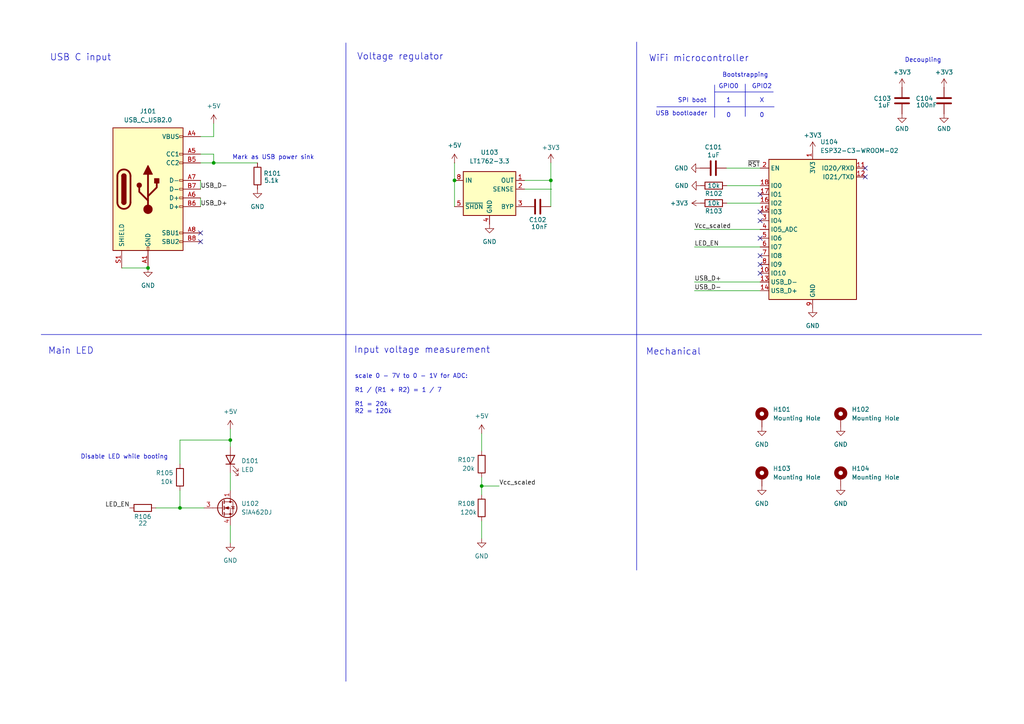
<source format=kicad_sch>
(kicad_sch (version 20231120) (generator "eeschema") (generator_version "8.0")
  (paper "A4")
  (title_block (title "LampMate") (company "Propeller Aero"))
  (lib_symbols
    (symbol "Connector:USB_C_Receptacle_USB2.0" (pin_names (offset 1.016))
      (property "Reference" "J" (at -10.16 19.05 0))
      (property "Value" "USB_C_Receptacle_USB2.0" (at 19.05 19.05 0))
      (symbol "USB_C_Receptacle_USB2.0_0_0"
        (rectangle (start -0.254 -17.78) (end 0.254 -16.764))
        (rectangle (start 10.16 -14.986) (end 9.144 -15.494))
        (rectangle (start 10.16 -12.446) (end 9.144 -12.954))
        (rectangle (start 10.16 -4.826) (end 9.144 -5.334))
        (rectangle (start 10.16 -2.286) (end 9.144 -2.794))
        (rectangle (start 10.16 0.254) (end 9.144 -0.254))
        (rectangle (start 10.16 2.794) (end 9.144 2.286))
        (rectangle (start 10.16 7.874) (end 9.144 7.366))
        (rectangle (start 10.16 10.414) (end 9.144 9.906))
        (rectangle (start 10.16 15.494) (end 9.144 14.986))
      )
      (symbol "USB_C_Receptacle_USB2.0_0_1"
        (rectangle (start -10.16 17.78) (end 10.16 -17.78) (stroke (width 0.254)) (fill (type background)))
        (arc (start -8.89 -3.81) (mid -6.985 -5.7067) (end -5.08 -3.81) (stroke (width 0.508)))
        (arc (start -7.62 -3.81) (mid -6.985 -4.4423) (end -6.35 -3.81) (stroke (width 0.254)))
        (arc (start -7.62 -3.81) (mid -6.985 -4.4423) (end -6.35 -3.81) (stroke (width 0.254)) (fill (type outline)))
        (rectangle (start -7.62 -3.81) (end -6.35 3.81) (stroke (width 0.254)) (fill (type outline)))
        (arc (start -6.35 3.81) (mid -6.985 4.4423) (end -7.62 3.81) (stroke (width 0.254)))
        (arc (start -6.35 3.81) (mid -6.985 4.4423) (end -7.62 3.81) (stroke (width 0.254)) (fill (type outline)))
        (arc (start -5.08 3.81) (mid -6.985 5.7067) (end -8.89 3.81) (stroke (width 0.508)))
        (circle (center -2.54 1.143) (radius 0.635) (stroke (width 0.254)) (fill (type outline)))
        (circle (center 0 -5.842) (radius 1.27) (fill (type outline)))
        (polyline (pts (xy -8.89 -3.81) (xy -8.89 3.81)) (stroke (width 0.508)))
        (polyline (pts (xy -5.08 3.81) (xy -5.08 -3.81)) (stroke (width 0.508)))
        (polyline (pts (xy 0 -5.842) (xy 0 4.318)) (stroke (width 0.508)))
        (polyline (pts (xy 0 -3.302) (xy -2.54 -0.762) (xy -2.54 0.508)) (stroke (width 0.508)))
        (polyline (pts (xy 0 -2.032) (xy 2.54 0.508) (xy 2.54 1.778)) (stroke (width 0.508)))
        (polyline (pts (xy -1.27 4.318) (xy 0 6.858) (xy 1.27 4.318) (xy -1.27 4.318)) (stroke (width 0.254)) (fill (type outline)))
        (rectangle (start 1.905 1.778) (end 3.175 3.048) (stroke (width 0.254)) (fill (type outline)))
      )
      (symbol "USB_C_Receptacle_USB2.0_1_1"
        (pin passive line (at 0 -22.86 90) (length 5.08) (name "GND") (number "A1"))
        (pin passive line (at 0 -22.86 90) (length 5.08) hide (name "GND") (number "A12"))
        (pin passive line (at 15.24 15.24 180) (length 5.08) (name "VBUS") (number "A4"))
        (pin bidirectional line (at 15.24 10.16 180) (length 5.08) (name "CC1") (number "A5"))
        (pin bidirectional line (at 15.24 -2.54 180) (length 5.08) (name "D+") (number "A6"))
        (pin bidirectional line (at 15.24 2.54 180) (length 5.08) (name "D-") (number "A7"))
        (pin bidirectional line (at 15.24 -12.7 180) (length 5.08) (name "SBU1") (number "A8"))
        (pin passive line (at 15.24 15.24 180) (length 5.08) hide (name "VBUS") (number "A9"))
        (pin passive line (at 0 -22.86 90) (length 5.08) hide (name "GND") (number "B1"))
        (pin passive line (at 0 -22.86 90) (length 5.08) hide (name "GND") (number "B12"))
        (pin passive line (at 15.24 15.24 180) (length 5.08) hide (name "VBUS") (number "B4"))
        (pin bidirectional line (at 15.24 7.62 180) (length 5.08) (name "CC2") (number "B5"))
        (pin bidirectional line (at 15.24 -5.08 180) (length 5.08) (name "D+") (number "B6"))
        (pin bidirectional line (at 15.24 0 180) (length 5.08) (name "D-") (number "B7"))
        (pin bidirectional line (at 15.24 -15.24 180) (length 5.08) (name "SBU2") (number "B8"))
        (pin passive line (at 15.24 15.24 180) (length 5.08) hide (name "VBUS") (number "B9"))
        (pin passive line (at -7.62 -22.86 90) (length 5.08) (name "SHIELD") (number "S1"))
      )
    )
    (symbol "Device:C" (pin_numbers hide) (pin_names (offset 0.254))
      (property "Reference" "C" (at 0.635 2.54 0))
      (property "Value" "C" (at 0.635 -2.54 0))
      (symbol "C_0_1"
        (polyline (pts (xy -2.032 -0.762) (xy 2.032 -0.762)) (stroke (width 0.508)))
        (polyline (pts (xy -2.032 0.762) (xy 2.032 0.762)) (stroke (width 0.508)))
      )
      (symbol "C_1_1"
        (pin passive line (at 0 3.81 270) (length 2.794) (name "~") (number "1"))
        (pin passive line (at 0 -3.81 90) (length 2.794) (name "~") (number "2"))
      )
    )
    (symbol "Device:LED" (pin_numbers hide) (pin_names (offset 1.016) hide)
      (property "Reference" "D" (at 0 2.54 0))
      (property "Value" "LED" (at 0 -2.54 0))
      (symbol "LED_0_1"
        (polyline (pts (xy -1.27 -1.27) (xy -1.27 1.27)) (stroke (width 0.254)))
        (polyline (pts (xy -1.27 0) (xy 1.27 0)))
        (polyline (pts (xy 1.27 -1.27) (xy 1.27 1.27) (xy -1.27 0) (xy 1.27 -1.27)) (stroke (width 0.254)))
        (polyline (pts (xy -3.048 -0.762) (xy -4.572 -2.286) (xy -3.81 -2.286) (xy -4.572 -2.286) (xy -4.572 -1.524)))
        (polyline (pts (xy -1.778 -0.762) (xy -3.302 -2.286) (xy -2.54 -2.286) (xy -3.302 -2.286) (xy -3.302 -1.524)))
      )
      (symbol "LED_1_1"
        (pin passive line (at -3.81 0 0) (length 2.54) (name "K") (number "1"))
        (pin passive line (at 3.81 0 180) (length 2.54) (name "A") (number "2"))
      )
    )
    (symbol "Device:R" (pin_numbers hide) (pin_names (offset 0))
      (property "Reference" "R" (at 2.032 0 90))
      (property "Value" "R" (at 0 0 90))
      (symbol "R_0_1"
        (rectangle (start -1.016 -2.54) (end 1.016 2.54) (stroke (width 0.254)))
      )
      (symbol "R_1_1"
        (pin passive line (at 0 3.81 270) (length 1.27) (name "~") (number "1"))
        (pin passive line (at 0 -3.81 90) (length 1.27) (name "~") (number "2"))
      )
    )
    (symbol "Mechanical:MountingHole_Pad" (pin_numbers hide) (pin_names (offset 1.016) hide) (exclude_from_sim yes) (in_bom no)
      (property "Reference" "H" (at 0 6.35 0))
      (property "Value" "MountingHole_Pad" (at 0 4.445 0))
      (symbol "MountingHole_Pad_0_1"
        (circle (center 0 1.27) (radius 1.27) (stroke (width 1.27)))
      )
      (symbol "MountingHole_Pad_1_1"
        (pin input line (at 0 -2.54 90) (length 2.54) (name "1") (number "1"))
      )
    )
    (symbol "RF_Module:ESP32-C3-WROOM-02"
      (property "Reference" "U104" (at 2.1941 25.4 0))
      (property "Value" "ESP32-C3-WROOM-02" (at 2.1941 22.86 0))
      (symbol "ESP32-C3-WROOM-02_1_1"
        (rectangle (start -12.7 20.32) (end 12.7 -20.32) (stroke (width 0.254)) (fill (type background)))
        (pin power_in line (at 0 22.86 270) (length 2.54) (name "3V3") (number "1"))
        (pin bidirectional line (at -15.24 -12.7 0) (length 2.54) (name "IO10") (number "10"))
        (pin bidirectional line (at 15.24 17.78 180) (length 2.54) (name "IO20/RXD") (number "11"))
        (pin bidirectional line (at 15.24 15.24 180) (length 2.54) (name "IO21/TXD") (number "12"))
        (pin bidirectional line (at -15.24 -15.24 0) (length 2.54) (name "USB_D-") (number "13"))
        (pin bidirectional line (at -15.24 -17.78 0) (length 2.54) (name "USB_D+") (number "14"))
        (pin bidirectional line (at -15.24 5.08 0) (length 2.54) (name "IO3") (number "15"))
        (pin bidirectional line (at -15.24 7.62 0) (length 2.54) (name "IO2") (number "16"))
        (pin bidirectional line (at -15.24 10.16 0) (length 2.54) (name "IO1") (number "17"))
        (pin bidirectional line (at -15.24 12.7 0) (length 2.54) (name "IO0") (number "18"))
        (pin passive line (at 0 -22.86 90) (length 2.54) hide (name "GND") (number "19"))
        (pin input line (at -15.24 17.78 0) (length 2.54) (name "EN") (number "2"))
        (pin bidirectional line (at -15.24 2.54 0) (length 2.54) (name "IO4") (number "3"))
        (pin bidirectional line (at -15.24 0 0) (length 2.54) (name "IO5_ADC") (number "4"))
        (pin bidirectional line (at -15.24 -2.54 0) (length 2.54) (name "IO6") (number "5"))
        (pin bidirectional line (at -15.24 -5.08 0) (length 2.54) (name "IO7") (number "6"))
        (pin bidirectional line (at -15.24 -7.62 0) (length 2.54) (name "IO8") (number "7"))
        (pin bidirectional line (at -15.24 -10.16 0) (length 2.54) (name "IO9") (number "8"))
        (pin power_in line (at 0 -22.86 90) (length 2.54) (name "GND") (number "9"))
      )
    )
    (symbol "Regulator_Linear:LT1762-3.3"
      (property "Reference" "U" (at -7.62 8.89 0))
      (property "Value" "LT1762-3.3" (at 1.27 -6.35 0))
      (symbol "LT1762-3.3_0_1"
        (rectangle (start -7.62 7.62) (end 7.62 -5.08) (stroke (width 0.254)) (fill (type background)))
      )
      (symbol "LT1762-3.3_1_1"
        (pin power_out line (at 10.16 5.08 180) (length 2.54) (name "OUT") (number "1"))
        (pin input line (at 10.16 2.54 180) (length 2.54) (name "SENSE") (number "2"))
        (pin passive line (at 10.16 -2.54 180) (length 2.54) (name "BYP") (number "3"))
        (pin power_in line (at 0 -7.62 90) (length 2.54) (name "GND") (number "4"))
        (pin input line (at -10.16 -2.54 0) (length 2.54) (name "~{SHDN}") (number "5"))
        (pin no_connect line (at 2.54 5.08 90) (length 2.54) hide (name "NC") (number "6"))
        (pin no_connect line (at 2.54 2.54 90) (length 2.54) hide (name "NC") (number "7"))
        (pin power_in line (at -10.16 5.08 0) (length 2.54) (name "IN") (number "8"))
      )
    )
    (symbol "Transistor_FET:SiA462DJ" (pin_names hide)
      (property "Reference" "U" (at 5.715 1.905 0))
      (property "Value" "SiA462DJ" (at 9.525 0 0))
      (symbol "SiA462DJ_0_1"
        (polyline (pts (xy 0.254 0) (xy -2.54 0)))
        (polyline (pts (xy 0.254 1.905) (xy 0.254 -1.905)) (stroke (width 0.254)))
        (polyline (pts (xy 0.762 -1.27) (xy 0.762 -2.286)) (stroke (width 0.254)))
        (polyline (pts (xy 0.762 0.508) (xy 0.762 -0.508)) (stroke (width 0.254)))
        (polyline (pts (xy 0.762 2.286) (xy 0.762 1.27)) (stroke (width 0.254)))
        (polyline (pts (xy 2.54 2.54) (xy 2.54 1.778)))
        (polyline (pts (xy 2.54 -2.54) (xy 2.54 0) (xy 0.762 0)))
        (polyline (pts (xy 0.762 -1.778) (xy 3.302 -1.778) (xy 3.302 1.778) (xy 0.762 1.778)))
        (polyline (pts (xy 1.016 0) (xy 2.032 0.381) (xy 2.032 -0.381) (xy 1.016 0)) (fill (type outline)))
        (polyline (pts (xy 2.794 0.508) (xy 2.921 0.381) (xy 3.683 0.381) (xy 3.81 0.254)))
        (polyline (pts (xy 3.302 0.381) (xy 2.921 -0.254) (xy 3.683 -0.254) (xy 3.302 0.381)))
        (circle (center 1.651 0) (radius 2.794) (stroke (width 0.254)))
        (circle (center 2.54 -1.778) (radius 0.254) (fill (type outline)))
        (circle (center 2.54 1.778) (radius 0.254) (fill (type outline)))
      )
      (symbol "SiA462DJ_1_1"
        (pin passive line (at 2.54 5.08 270) (length 2.54) (name "D") (number "1"))
        (pin passive line (at -5.08 0 0) (length 2.54) (name "G") (number "3"))
        (pin passive line (at 2.54 -5.08 90) (length 2.54) (name "S") (number "4"))
      )
    )
    (symbol "power:+3V3" (power) (pin_numbers hide) (pin_names (offset 0) hide)
      (property "Value" "+3V3" (at 0 3.556 0))
      (symbol "+3V3_0_1"
        (polyline (pts (xy -0.762 1.27) (xy 0 2.54)))
        (polyline (pts (xy 0 0) (xy 0 2.54)))
        (polyline (pts (xy 0 2.54) (xy 0.762 1.27)))
      )
      (symbol "+3V3_1_1"
        (pin power_in line (at 0 0 90) (length 0) (name "~") (number "1"))
      )
    )
    (symbol "power:+5V" (power) (pin_numbers hide) (pin_names (offset 0) hide)
      (property "Value" "+5V" (at 0 3.556 0))
      (symbol "+5V_0_1"
        (polyline (pts (xy -0.762 1.27) (xy 0 2.54)))
        (polyline (pts (xy 0 0) (xy 0 2.54)))
        (polyline (pts (xy 0 2.54) (xy 0.762 1.27)))
      )
      (symbol "+5V_1_1"
        (pin power_in line (at 0 0 90) (length 0) (name "~") (number "1"))
      )
    )
    (symbol "power:GND" (power) (pin_names (offset 0))
      (property "Value" "GND" (at 0 -3.81 0))
      (symbol "GND_0_1"
        (polyline (pts (xy 0 0) (xy 0 -1.27) (xy 1.27 -1.27) (xy 0 -2.54) (xy -1.27 -1.27) (xy 0 -1.27)))
      )
      (symbol "GND_1_1"
        (pin power_in line (at 0 0 270) (length 0) hide (name "GND") (number "1"))
      )
    )
  )
  (junction (at 139.7 140.97))
  (junction (at 61.976 47.244))
  (junction (at 131.826 52.324))
  (junction (at 159.766 52.324))
  (junction (at 52.197 147.32))
  (junction (at 42.926 77.724))
  (junction (at 66.802 127.635))
  (no_connect (at 250.952 48.768))
  (no_connect (at 58.166 67.564))
  (no_connect (at 220.472 69.088))
  (no_connect (at 220.472 56.388))
  (no_connect (at 220.472 79.248))
  (no_connect (at 250.952 51.308))
  (no_connect (at 220.472 76.708))
  (no_connect (at 220.472 64.008))
  (no_connect (at 58.166 70.104))
  (no_connect (at 220.472 61.468))
  (no_connect (at 220.472 74.168))
  (wire (pts (xy 61.976 47.244) (xy 74.676 47.244)))
  (wire (pts (xy 66.802 137.16) (xy 66.802 142.24)))
  (polyline (pts (xy 207.264 24.638) (xy 207.264 34.036)))
  (wire (pts (xy 52.197 127.635) (xy 52.197 134.62)))
  (wire (pts (xy 152.146 52.324) (xy 159.766 52.324)))
  (wire (pts (xy 210.82 58.928) (xy 220.472 58.928)))
  (polyline (pts (xy 216.154 24.384) (xy 216.154 33.782)))
  (wire (pts (xy 58.166 39.624) (xy 61.976 39.624)))
  (wire (pts (xy 131.826 52.324) (xy 131.826 47.244)))
  (wire (pts (xy 58.166 47.244) (xy 61.976 47.244)))
  (wire (pts (xy 201.422 66.548) (xy 220.472 66.548)))
  (wire (pts (xy 58.166 52.324) (xy 58.166 54.864)))
  (wire (pts (xy 66.802 127.635) (xy 66.802 129.54)))
  (wire (pts (xy 144.78 140.97) (xy 139.7 140.97)))
  (wire (pts (xy 66.802 124.46) (xy 66.802 127.635)))
  (wire (pts (xy 52.197 147.32) (xy 59.182 147.32)))
  (wire (pts (xy 220.472 84.328) (xy 201.422 84.328)))
  (wire (pts (xy 52.197 142.24) (xy 52.197 147.32)))
  (wire (pts (xy 66.802 152.4) (xy 66.802 157.48)))
  (wire (pts (xy 139.7 138.43) (xy 139.7 140.97)))
  (wire (pts (xy 58.166 44.704) (xy 61.976 44.704)))
  (wire (pts (xy 139.7 140.97) (xy 139.7 143.51)))
  (wire (pts (xy 139.7 125.73) (xy 139.7 130.81)))
  (polyline (pts (xy 207.264 26.67) (xy 224.282 26.67)))
  (polyline (pts (xy 100.33 12.446) (xy 100.33 197.612)))
  (wire (pts (xy 58.166 57.404) (xy 58.166 59.944)))
  (wire (pts (xy 42.926 77.724) (xy 35.306 77.724)))
  (wire (pts (xy 220.472 81.788) (xy 201.422 81.788)))
  (wire (pts (xy 45.212 147.32) (xy 52.197 147.32)))
  (wire (pts (xy 159.766 52.324) (xy 159.766 59.944)))
  (wire (pts (xy 159.766 47.244) (xy 159.766 52.324)))
  (wire (pts (xy 131.826 52.324) (xy 131.826 59.944)))
  (polyline (pts (xy 184.658 12.192) (xy 184.658 165.354)))
  (wire (pts (xy 210.693 48.768) (xy 220.472 48.768)))
  (wire (pts (xy 210.82 53.848) (xy 220.472 53.848)))
  (polyline (pts (xy 190.5 30.988) (xy 224.536 30.988)))
  (wire (pts (xy 152.146 54.864) (xy 160.02 54.864)))
  (wire (pts (xy 61.976 39.624) (xy 61.976 35.814)))
  (polyline (pts (xy 11.938 97.028) (xy 284.734 97.028)))
  (wire (pts (xy 139.7 151.13) (xy 139.7 156.21)))
  (wire (pts (xy 52.197 127.635) (xy 66.802 127.635)))
  (wire (pts (xy 61.976 44.704) (xy 61.976 47.244)))
  (wire (pts (xy 220.472 71.628) (xy 201.422 71.628)))
  (text "Decoupling" (at 267.716 17.526 0) (effects (font (size 1.27 1.27))))
  (text "Input voltage measurement" (at 122.428 101.6 0) (effects (font (size 1.905 1.905))))
  (text "SPI boot" (at 204.978 29.21 0) (effects (font (size 1.27 1.27)) (justify right)))
  (text "GPIO0" (at 211.328 25.146 0) (effects (font (size 1.27 1.27))))
  (text "GPIO2" (at 220.98 25.146 0) (effects (font (size 1.27 1.27))))
  (text "WiFi microcontroller" (at 202.692 17.018 0) (effects (font (size 1.905 1.905))))
  (text "scale 0 - 7V to 0 - 1V for ADC:\n\nR1 / (R1 + R2) = 1 / 7\n\nR1 = 20k\nR2 = 120k" (at 102.87 114.3 0) (effects (font (size 1.27 1.27)) (justify left)))
  (text "Bootstrapping" (at 216.154 21.844 0) (effects (font (size 1.27 1.27))))
  (text "X" (at 220.98 29.21 0) (effects (font (size 1.27 1.27))))
  (text "Mark as USB power sink" (at 79.248 45.72 0) (effects (font (size 1.27 1.27))))
  (text "0" (at 220.98 33.528 0) (effects (font (size 1.27 1.27))))
  (text "Disable LED while booting" (at 48.768 132.588 0) (effects (font (size 1.27 1.27)) (justify right)))
  (text "0" (at 211.328 33.528 0) (effects (font (size 1.27 1.27))))
  (text "Voltage regulator" (at 116.078 16.51 0) (effects (font (size 1.905 1.905))))
  (text "USB bootloader" (at 205.232 33.02 0) (effects (font (size 1.27 1.27)) (justify right)))
  (text "Main LED" (at 20.574 101.854 0) (effects (font (size 1.905 1.905))))
  (text "1" (at 211.328 29.21 0) (effects (font (size 1.27 1.27))))
  (text "USB C input" (at 23.368 16.764 0) (effects (font (size 1.905 1.905))))
  (text "Mechanical" (at 195.326 102.108 0) (effects (font (size 1.905 1.905))))
  (label "USB_D-" (at 201.422 84.328 0))
  (label "USB_D-" (at 58.166 54.864 0))
  (label "Vcc_scaled" (at 201.422 66.548 0))
  (label "USB_D+" (at 58.166 59.944 0))
  (label "LED_EN" (at 37.592 147.32 180))
  (label "~{RST}" (at 220.472 48.768 180))
  (label "LED_EN" (at 201.422 71.628 0))
  (label "Vcc_scaled" (at 144.78 140.97 0))
  (label "USB_D+" (at 201.422 81.788 0))
  (symbol (lib_id "Mechanical:MountingHole_Pad") (at 243.84 138.43 0) (unit 1) (exclude_from_sim yes) (in_bom no)
    (property "Reference" "H104" (at 247.015 135.8899 0) (effects (justify left)))
    (property "Value" "Mounting Hole" (at 247.015 138.4299 0) (effects (justify left)))
    (property "Footprint" "MountingHole:MountingHole_3.2mm_M3_Pad_Via" (effects (hide yes)))
    (property "Description" "Mounting Hole with connection" (effects (hide yes)))
  )
  (symbol (lib_id "power:GND") (at 42.926 77.724 0) (mirror y) (unit 1)
    (property "Reference" "#PWR0102" (effects (hide yes)))
    (property "Value" "GND" (at 42.926 82.804 0))
  )
  (symbol (lib_id "power:GND") (at 220.98 140.97 0) (mirror y) (unit 1)
    (property "Reference" "#PWR0116" (effects (hide yes)))
    (property "Value" "GND" (at 220.98 146.05 0))
  )
  (symbol (lib_id "Device:LED") (at 66.802 133.35 90) (unit 1)
    (property "Reference" "D101" (at 69.977 133.6674 90) (effects (justify right)))
    (property "Value" "LED" (at 69.977 136.2074 90) (effects (justify right)))
    (property "Footprint" "LED_SMD:LED_2010_5025Metric" (effects (hide yes)))
    (property "Description" "Light emitting diode" (effects (hide yes)))
  )
  (symbol (lib_id "power:GND") (at 273.812 33.02 0) (unit 1)
    (property "Reference" "#PWR0123" (effects (hide yes)))
    (property "Value" "GND" (at 273.812 37.338 0))
  )
  (symbol (lib_id "Device:R") (at 207.01 53.848 90) (mirror x) (unit 1)
    (property "Reference" "R102" (at 207.01 56.134 90))
    (property "Value" "10k" (at 207.01 53.848 90))
    (property "Footprint" "Resistor_SMD:R_0603_1608Metric" (effects (hide yes)))
  )
  (symbol (lib_id "RF_Module:ESP32-C3-WROOM-02") (at 235.712 66.548 0) (unit 1)
    (property "Reference" "U104" (at 237.9061 41.148 0) (effects (justify left)))
    (property "Value" "ESP32-C3-WROOM-02" (at 237.9061 43.688 0) (effects (justify left)))
    (property "Footprint" "RF_Module:ESP32-C3-WROOM-02" (effects (hide yes)))
    (property "Datasheet" "https://www.espressif.com/sites/default/files/documentation/esp32-c3-wroom-02_datasheet_en.pdf" (effects (hide yes)))
    (property "Description" "802.11 b/g/n Wi­Fi and Bluetooth 5 module, ESP32­C3 SoC, RISC­V microprocessor, On-board antenna" (effects (hide yes)))
  )
  (symbol (lib_id "power:+5V") (at 131.826 47.244 0) (unit 1)
    (property "Reference" "#PWR0107" (effects (hide yes)))
    (property "Value" "+5V" (at 131.826 42.164 0))
    (property "Description" "Power symbol creates a global label with name \"+5V\"" (effects (hide yes)))
  )
  (symbol (lib_id "Device:C") (at 206.883 48.768 270) (unit 1)
    (property "Reference" "C101" (at 204.343 42.672 90) (effects (justify left)))
    (property "Value" "1uF" (at 205.105 44.958 90) (effects (justify left)))
    (property "Footprint" "Capacitor_SMD:C_0603_1608Metric" (effects (hide yes)))
    (property "DESCRIPTION" "100nF 0603 50V" (effects (hide yes)))
    (property "DIGIKEY_PN" "1276-1935-1-ND" (effects (hide yes)))
  )
  (symbol (lib_id "Connector:USB_C_Receptacle_USB2.0") (at 42.926 54.864 0) (unit 1)
    (property "Reference" "J101" (at 42.926 32.258 0))
    (property "Value" "USB_C_USB2.0" (at 42.926 34.798 0))
    (property "Footprint" "Connector_USB:USB_C_Receptacle_G-Switch_GT-USB-7010ASV" (effects (hide yes)))
    (property "Datasheet" "https://www.usb.org/sites/default/files/documents/usb_type-c.zip" (effects (hide yes)))
  )
  (symbol (lib_id "power:+5V") (at 139.7 125.73 0) (unit 1)
    (property "Reference" "#PWR0112" (effects (hide yes)))
    (property "Value" "+5V" (at 139.7 120.65 0))
    (property "Description" "Power symbol creates a global label with name \"+5V\"" (effects (hide yes)))
  )
  (symbol (lib_id "Regulator_Linear:LT1762-3.3") (at 141.986 57.404 0) (unit 1)
    (property "Reference" "U103" (at 141.986 44.196 0))
    (property "Value" "LT1762-3.3" (at 141.986 46.736 0))
    (property "Footprint" "Package_SO:MSOP-8_3x3mm_P0.65mm" (effects (hide yes)))
    (property "Datasheet" "https://www.analog.com/media/en/technical-documentation/data-sheets/LT1762.pdf" (effects (hide yes)))
    (property "Description" "3.3V, 150mA, Low Noise, Micropower LDO Regulator, MSOP-8" (effects (hide yes)))
  )
  (symbol (lib_id "power:+5V") (at 61.976 35.814 0) (unit 1)
    (property "Reference" "#PWR0103" (effects (hide yes)))
    (property "Value" "+5V" (at 61.976 30.734 0))
    (property "Description" "Power symbol creates a global label with name \"+5V\"" (effects (hide yes)))
  )
  (symbol (lib_id "Device:R") (at 52.197 138.43 0) (mirror y) (unit 1)
    (property "Reference" "R105" (at 47.752 137.16 0))
    (property "Value" "10k" (at 48.387 139.7 0))
    (property "Footprint" "Resistor_SMD:R_0603_1608Metric" (effects (hide yes)))
  )
  (symbol (lib_id "power:+5V") (at 66.802 124.46 0) (unit 1)
    (property "Reference" "#PWR0110" (effects (hide yes)))
    (property "Value" "+5V" (at 66.802 119.38 0))
    (property "Description" "Power symbol creates a global label with name \"+5V\"" (effects (hide yes)))
  )
  (symbol (lib_id "power:GND") (at 243.84 140.97 0) (mirror y) (unit 1)
    (property "Reference" "#PWR0117" (effects (hide yes)))
    (property "Value" "GND" (at 243.84 146.05 0))
  )
  (symbol (lib_id "Device:C") (at 261.62 29.21 0) (unit 1)
    (property "Reference" "C103" (at 253.365 28.575 0) (effects (justify left)))
    (property "Value" "1uF" (at 254.635 30.48 0) (effects (justify left)))
    (property "Footprint" "Capacitor_SMD:C_0603_1608Metric" (effects (hide yes)))
    (property "DESCRIPTION" "100nF 0603 50V" (effects (hide yes)))
    (property "DIGIKEY_PN" "1276-1935-1-ND" (effects (hide yes)))
  )
  (symbol (lib_id "Transistor_FET:SiA462DJ") (at 64.262 147.32 0) (unit 1)
    (property "Reference" "U102" (at 69.977 146.0499 0) (effects (justify left)))
    (property "Value" "SiA462DJ" (at 69.977 148.5899 0) (effects (justify left)))
    (property "Footprint" "Package_TO_SOT_SMD:Vishay_PowerPAK_SC70-6L_Single" (effects (hide yes)))
    (property "Datasheet" "https://www.vishay.com/docs/63269/sia462dj.pdf" (effects (hide yes)))
    (property "Description" "12A Id, 30V Vds, N-Channel MOSFET, Rds 18mΩ PowerPAK, SC70-6" (effects (hide yes)))
  )
  (symbol (lib_id "Mechanical:MountingHole_Pad") (at 220.98 121.285 0) (unit 1) (exclude_from_sim yes) (in_bom no)
    (property "Reference" "H101" (at 224.155 118.7449 0) (effects (justify left)))
    (property "Value" "Mounting Hole" (at 224.155 121.2849 0) (effects (justify left)))
    (property "Footprint" "MountingHole:MountingHole_3.2mm_M3_Pad_Via" (effects (hide yes)))
    (property "Description" "Mounting Hole with connection" (effects (hide yes)))
  )
  (symbol (lib_id "power:GND") (at 66.802 157.48 0) (mirror y) (unit 1)
    (property "Reference" "#PWR0111" (effects (hide yes)))
    (property "Value" "GND" (at 66.802 162.56 0))
  )
  (symbol (lib_id "power:GND") (at 203.073 48.768 270) (unit 1)
    (property "Reference" "#PWR0104" (effects (hide yes)))
    (property "Value" "GND" (at 197.612 48.768 90))
  )
  (symbol (lib_id "Mechanical:MountingHole_Pad") (at 220.98 138.43 0) (unit 1) (exclude_from_sim yes) (in_bom no)
    (property "Reference" "H103" (at 224.155 135.8899 0) (effects (justify left)))
    (property "Value" "Mounting Hole" (at 224.155 138.4299 0) (effects (justify left)))
    (property "Footprint" "MountingHole:MountingHole_3.2mm_M3_Pad_Via" (effects (hide yes)))
    (property "Description" "Mounting Hole with connection" (effects (hide yes)))
  )
  (symbol (lib_id "power:GND") (at 74.676 54.864 0) (mirror y) (unit 1)
    (property "Reference" "#PWR0101" (effects (hide yes)))
    (property "Value" "GND" (at 74.676 59.944 0))
  )
  (symbol (lib_id "power:+3V3") (at 203.2 58.928 90) (unit 1)
    (property "Reference" "#PWR0105" (effects (hide yes)))
    (property "Value" "+3V3" (at 199.644 58.9279 90) (effects (justify left)))
    (property "Description" "Power symbol creates a global label with name \"+3V3\"" (effects (hide yes)))
  )
  (symbol (lib_id "power:GND") (at 220.98 123.825 0) (mirror y) (unit 1)
    (property "Reference" "#PWR0114" (effects (hide yes)))
    (property "Value" "GND" (at 220.98 128.905 0))
  )
  (symbol (lib_id "Device:R") (at 139.7 134.62 0) (mirror y) (unit 1)
    (property "Reference" "R107" (at 135.255 133.35 0))
    (property "Value" "20k" (at 135.89 135.89 0))
    (property "Footprint" "Resistor_SMD:R_0603_1608Metric" (effects (hide yes)))
  )
  (symbol (lib_id "Device:R") (at 41.402 147.32 90) (mirror x) (unit 1)
    (property "Reference" "R106" (at 41.402 149.86 90))
    (property "Value" "22" (at 41.402 151.765 90))
    (property "Footprint" "Resistor_SMD:R_0603_1608Metric" (effects (hide yes)))
  )
  (symbol (lib_id "power:+3V3") (at 273.812 25.4 0) (unit 1)
    (property "Reference" "#PWR0122" (effects (hide yes)))
    (property "Value" "+3V3" (at 273.812 20.955 0))
    (property "Description" "Power symbol creates a global label with name \"+3V3\"" (effects (hide yes)))
  )
  (symbol (lib_id "Device:R") (at 139.7 147.32 0) (mirror y) (unit 1)
    (property "Reference" "R108" (at 135.255 146.05 0))
    (property "Value" "120k" (at 135.89 148.59 0))
    (property "Footprint" "Resistor_SMD:R_0603_1608Metric" (effects (hide yes)))
  )
  (symbol (lib_id "Mechanical:MountingHole_Pad") (at 243.84 121.285 0) (unit 1) (exclude_from_sim yes) (in_bom no)
    (property "Reference" "H102" (at 247.015 118.7449 0) (effects (justify left)))
    (property "Value" "Mounting Hole" (at 247.015 121.2849 0) (effects (justify left)))
    (property "Footprint" "MountingHole:MountingHole_3.2mm_M3_Pad_Via" (effects (hide yes)))
    (property "Description" "Mounting Hole with connection" (effects (hide yes)))
  )
  (symbol (lib_id "power:GND") (at 235.712 89.408 0) (unit 1)
    (property "Reference" "#PWR0108" (effects (hide yes)))
    (property "Value" "GND" (at 235.712 94.488 0))
  )
  (symbol (lib_id "Device:R") (at 74.676 51.054 0) (mirror y) (unit 1)
    (property "Reference" "R101" (at 78.994 50.292 0))
    (property "Value" "5.1k" (at 78.74 52.324 0))
    (property "Footprint" "Resistor_SMD:R_0603_1608Metric" (effects (hide yes)))
  )
  (symbol (lib_id "power:GND") (at 243.84 123.825 0) (mirror y) (unit 1)
    (property "Reference" "#PWR0115" (effects (hide yes)))
    (property "Value" "GND" (at 243.84 128.905 0))
  )
  (symbol (lib_id "power:GND") (at 203.2 53.848 270) (unit 1)
    (property "Reference" "#PWR0106" (effects (hide yes)))
    (property "Value" "GND" (at 197.739 53.848 90))
  )
  (symbol (lib_id "power:+3V3") (at 261.62 25.4 0) (unit 1)
    (property "Reference" "#PWR0121" (effects (hide yes)))
    (property "Value" "+3V3" (at 261.62 20.955 0))
    (property "Description" "Power symbol creates a global label with name \"+3V3\"" (effects (hide yes)))
  )
  (symbol (lib_id "power:+3V3") (at 235.712 43.688 0) (unit 1)
    (property "Reference" "#PWR0118" (effects (hide yes)))
    (property "Value" "+3V3" (at 235.712 39.243 0))
    (property "Description" "Power symbol creates a global label with name \"+3V3\"" (effects (hide yes)))
  )
  (symbol (lib_id "Device:R") (at 207.01 58.928 90) (mirror x) (unit 1)
    (property "Reference" "R103" (at 207.01 61.214 90))
    (property "Value" "10k" (at 207.01 58.928 90))
    (property "Footprint" "Resistor_SMD:R_0603_1608Metric" (effects (hide yes)))
  )
  (symbol (lib_id "power:GND") (at 139.7 156.21 0) (mirror y) (unit 1)
    (property "Reference" "#PWR0113" (effects (hide yes)))
    (property "Value" "GND" (at 139.7 161.29 0))
  )
  (symbol (lib_id "Device:C") (at 155.956 59.944 90) (unit 1)
    (property "Reference" "C102" (at 155.956 63.754 90))
    (property "Value" "10nF" (at 156.464 65.786 90))
    (property "Footprint" "Capacitor_SMD:C_0603_1608Metric" (effects (hide yes)))
    (property "Description" "Unpolarized capacitor" (effects (hide yes)))
  )
  (symbol (lib_id "power:+3V3") (at 159.766 47.244 0) (unit 1)
    (property "Reference" "#PWR0109" (effects (hide yes)))
    (property "Value" "+3V3" (at 159.766 42.799 0))
    (property "Description" "Power symbol creates a global label with name \"+3V3\"" (effects (hide yes)))
  )
  (symbol (lib_id "power:GND") (at 261.62 33.02 0) (unit 1)
    (property "Reference" "#PWR0120" (effects (hide yes)))
    (property "Value" "GND" (at 261.62 37.338 0))
  )
  (symbol (lib_id "power:GND") (at 141.986 65.024 0) (mirror y) (unit 1)
    (property "Reference" "#PWR0119" (effects (hide yes)))
    (property "Value" "GND" (at 141.986 70.104 0))
  )
  (symbol (lib_id "Device:C") (at 273.812 29.21 0) (unit 1)
    (property "Reference" "C104" (at 265.557 28.575 0) (effects (justify left)))
    (property "Value" "100nF" (at 265.684 30.48 0) (effects (justify left)))
    (property "Footprint" "Capacitor_SMD:C_0603_1608Metric" (effects (hide yes)))
    (property "DESCRIPTION" "100nF 0603 50V" (effects (hide yes)))
    (property "DIGIKEY_PN" "1276-1935-1-ND" (effects (hide yes)))
  )
)
</source>
